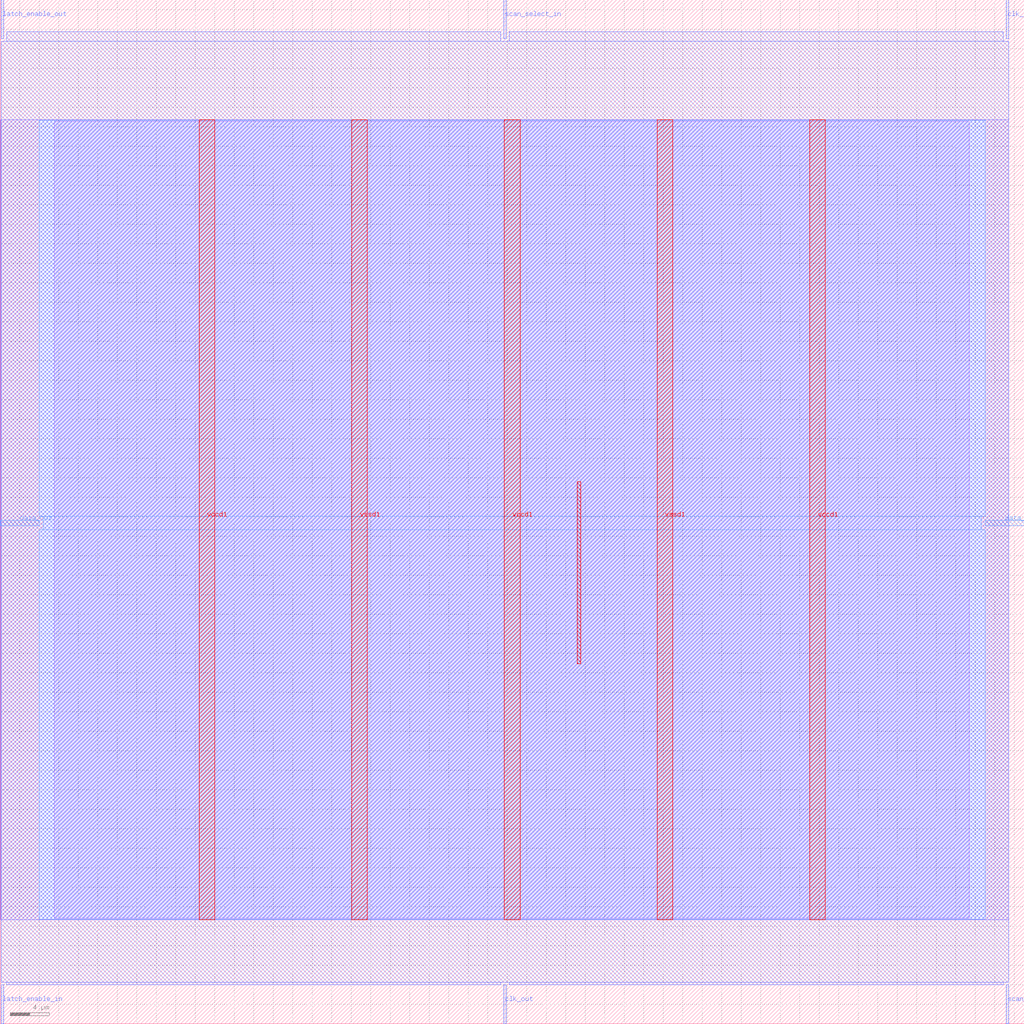
<source format=lef>
VERSION 5.7 ;
  NOWIREEXTENSIONATPIN ON ;
  DIVIDERCHAR "/" ;
  BUSBITCHARS "[]" ;
MACRO scan_wrapper_341160201697624660
  CLASS BLOCK ;
  FOREIGN scan_wrapper_341160201697624660 ;
  ORIGIN 0.000 0.000 ;
  SIZE 105.000 BY 105.000 ;
  PIN clk_in
    DIRECTION INPUT ;
    USE SIGNAL ;
    PORT
      LAYER met2 ;
        RECT 103.130 101.000 103.410 105.000 ;
    END
  END clk_in
  PIN clk_out
    DIRECTION OUTPUT TRISTATE ;
    USE SIGNAL ;
    PORT
      LAYER met2 ;
        RECT 51.610 0.000 51.890 4.000 ;
    END
  END clk_out
  PIN data_in
    DIRECTION INPUT ;
    USE SIGNAL ;
    PORT
      LAYER met3 ;
        RECT 101.000 51.040 105.000 51.640 ;
    END
  END data_in
  PIN data_out
    DIRECTION OUTPUT TRISTATE ;
    USE SIGNAL ;
    PORT
      LAYER met3 ;
        RECT 0.000 51.040 4.000 51.640 ;
    END
  END data_out
  PIN latch_enable_in
    DIRECTION INPUT ;
    USE SIGNAL ;
    PORT
      LAYER met2 ;
        RECT 0.090 0.000 0.370 4.000 ;
    END
  END latch_enable_in
  PIN latch_enable_out
    DIRECTION OUTPUT TRISTATE ;
    USE SIGNAL ;
    PORT
      LAYER met2 ;
        RECT 0.090 101.000 0.370 105.000 ;
    END
  END latch_enable_out
  PIN scan_select_in
    DIRECTION INPUT ;
    USE SIGNAL ;
    PORT
      LAYER met2 ;
        RECT 51.610 101.000 51.890 105.000 ;
    END
  END scan_select_in
  PIN scan_select_out
    DIRECTION OUTPUT TRISTATE ;
    USE SIGNAL ;
    PORT
      LAYER met2 ;
        RECT 103.130 0.000 103.410 4.000 ;
    END
  END scan_select_out
  PIN vccd1
    DIRECTION INPUT ;
    USE POWER ;
    PORT
      LAYER met4 ;
        RECT 20.380 10.640 21.980 92.720 ;
    END
    PORT
      LAYER met4 ;
        RECT 51.700 10.640 53.300 92.720 ;
    END
    PORT
      LAYER met4 ;
        RECT 83.020 10.640 84.620 92.720 ;
    END
  END vccd1
  PIN vssd1
    DIRECTION INPUT ;
    USE GROUND ;
    PORT
      LAYER met4 ;
        RECT 36.040 10.640 37.640 92.720 ;
    END
    PORT
      LAYER met4 ;
        RECT 67.360 10.640 68.960 92.720 ;
    END
  END vssd1
  OBS
      LAYER li1 ;
        RECT 5.520 10.795 99.360 92.565 ;
      LAYER met1 ;
        RECT 0.070 10.640 103.430 92.720 ;
      LAYER met2 ;
        RECT 0.650 100.720 51.330 101.730 ;
        RECT 52.170 100.720 102.850 101.730 ;
        RECT 0.100 4.280 103.400 100.720 ;
        RECT 0.650 4.000 51.330 4.280 ;
        RECT 52.170 4.000 102.850 4.280 ;
      LAYER met3 ;
        RECT 4.000 52.040 101.000 92.645 ;
        RECT 4.400 50.640 100.600 52.040 ;
        RECT 4.000 10.715 101.000 50.640 ;
      LAYER met4 ;
        RECT 59.175 36.895 59.505 55.585 ;
  END
END scan_wrapper_341160201697624660
END LIBRARY


</source>
